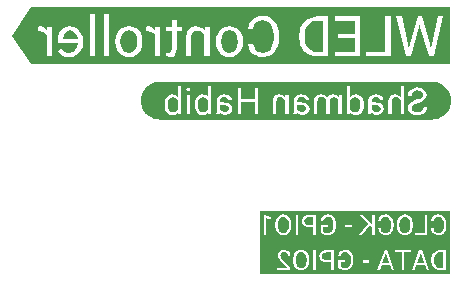
<source format=gbo>
G04 #@! TF.GenerationSoftware,KiCad,Pcbnew,(5.1.10)-1*
G04 #@! TF.CreationDate,2021-12-14T19:18:36+11:00*
G04 #@! TF.ProjectId,WLED_Controller,574c4544-5f43-46f6-9e74-726f6c6c6572,1.0*
G04 #@! TF.SameCoordinates,Original*
G04 #@! TF.FileFunction,Legend,Bot*
G04 #@! TF.FilePolarity,Positive*
%FSLAX46Y46*%
G04 Gerber Fmt 4.6, Leading zero omitted, Abs format (unit mm)*
G04 Created by KiCad (PCBNEW (5.1.10)-1) date 2021-12-14 19:18:36*
%MOMM*%
%LPD*%
G01*
G04 APERTURE LIST*
%ADD10C,0.100000*%
G04 APERTURE END LIST*
D10*
G36*
X169732668Y-97844433D02*
G01*
X169409431Y-98238013D01*
X169242581Y-98166070D01*
X169051314Y-98142089D01*
X168883365Y-98158819D01*
X168739188Y-98209010D01*
X168618782Y-98292661D01*
X168525377Y-98405897D01*
X168462202Y-98544842D01*
X168429259Y-98709496D01*
X168653664Y-98709496D01*
X168699736Y-98535088D01*
X168779819Y-98416491D01*
X168896236Y-98348472D01*
X169051314Y-98325799D01*
X169183670Y-98343369D01*
X169295485Y-98396079D01*
X169386758Y-98483929D01*
X169454261Y-98604205D01*
X169494762Y-98754196D01*
X169508263Y-98933901D01*
X169508263Y-99097845D01*
X169495473Y-99269023D01*
X169457103Y-99415138D01*
X169393153Y-99536190D01*
X169306208Y-99626624D01*
X169198850Y-99680884D01*
X169071080Y-99698971D01*
X168906701Y-99677896D01*
X168785632Y-99614673D01*
X168702934Y-99499128D01*
X168653664Y-99321087D01*
X168429259Y-99321087D01*
X168124626Y-99858263D01*
X168124626Y-98165343D01*
X167900221Y-98165343D01*
X167900221Y-99675716D01*
X166814822Y-99503052D01*
X166862558Y-99375347D01*
X166891820Y-99234852D01*
X166902608Y-99081566D01*
X166902608Y-98959481D01*
X166893177Y-98803031D01*
X166864884Y-98659241D01*
X166817729Y-98528112D01*
X166715265Y-98362860D01*
X166577628Y-98241501D01*
X166411213Y-98166942D01*
X166222417Y-98142089D01*
X166031004Y-98166651D01*
X165863718Y-98240339D01*
X165726371Y-98360680D01*
X165624779Y-98525205D01*
X165578270Y-98656399D01*
X165550365Y-98801157D01*
X165541063Y-98959481D01*
X165541063Y-99066451D01*
X165550365Y-99225292D01*
X165578270Y-99370050D01*
X165624779Y-99500727D01*
X165162634Y-99549779D01*
X165219135Y-99414976D01*
X165253035Y-99262006D01*
X165264336Y-99090868D01*
X165264336Y-98928087D01*
X165254969Y-98777063D01*
X165226870Y-98638699D01*
X165180038Y-98512997D01*
X165078155Y-98354721D01*
X164941100Y-98238013D01*
X164774249Y-98166070D01*
X164582982Y-98142089D01*
X164415033Y-98158819D01*
X164270856Y-98209010D01*
X164150450Y-98292661D01*
X164057045Y-98405897D01*
X163993871Y-98544842D01*
X163960927Y-98709496D01*
X164185332Y-98709496D01*
X164231404Y-98535088D01*
X164311487Y-98416491D01*
X164427904Y-98348472D01*
X164582982Y-98325799D01*
X164715338Y-98343369D01*
X164827153Y-98396079D01*
X164918427Y-98483929D01*
X164985929Y-98604205D01*
X165026430Y-98754196D01*
X165039931Y-98933901D01*
X165039931Y-99097845D01*
X165027141Y-99269023D01*
X164988771Y-99415138D01*
X164924821Y-99536190D01*
X164837876Y-99626624D01*
X164730518Y-99680884D01*
X164602748Y-99698971D01*
X164438369Y-99677896D01*
X164317300Y-99614673D01*
X164234602Y-99499128D01*
X164185332Y-99321087D01*
X163960927Y-99321087D01*
X163996907Y-99486516D01*
X164062988Y-99624686D01*
X163656294Y-99858263D01*
X163656294Y-98165343D01*
X163433052Y-98165343D01*
X163433052Y-99002502D01*
X162680772Y-98165343D01*
X162411021Y-98165343D01*
X160382076Y-99093194D01*
X160382076Y-98945528D01*
X160370921Y-98765016D01*
X160337456Y-98606014D01*
X160281682Y-98468522D01*
X160203598Y-98352541D01*
X160105312Y-98260468D01*
X159988931Y-98194702D01*
X159854455Y-98155242D01*
X159701884Y-98142089D01*
X159536649Y-98157140D01*
X159394410Y-98202292D01*
X159275166Y-98277546D01*
X159181374Y-98380446D01*
X159115486Y-98508539D01*
X159077504Y-98661825D01*
X159300746Y-98661825D01*
X159349290Y-98514813D01*
X159432133Y-98409805D01*
X159549277Y-98346800D01*
X159700722Y-98325799D01*
X159838246Y-98343304D01*
X159951611Y-98395820D01*
X160040817Y-98483347D01*
X160105219Y-98604076D01*
X160144170Y-98756199D01*
X160157671Y-98939715D01*
X160157671Y-99078078D01*
X160143201Y-99255006D01*
X160099793Y-99405965D01*
X160027446Y-99530958D01*
X159930423Y-99624298D01*
X159812989Y-99680303D01*
X159675142Y-99698971D01*
X159557417Y-99691994D01*
X159455388Y-99671065D01*
X159299583Y-99576885D01*
X159299583Y-99196676D01*
X159691420Y-99196676D01*
X159691420Y-99015291D01*
X159077504Y-99015291D01*
X158705434Y-99858263D01*
X158705434Y-98165343D01*
X158081053Y-98165343D01*
X157909164Y-98181105D01*
X157764018Y-98228389D01*
X157645615Y-98307195D01*
X157558088Y-98411969D01*
X157505571Y-98537155D01*
X157488066Y-98682754D01*
X157505184Y-98834489D01*
X157556537Y-98961031D01*
X157642126Y-99062382D01*
X157759626Y-99136343D01*
X157906710Y-99180721D01*
X158083379Y-99195513D01*
X158482191Y-99195513D01*
X158482191Y-99858263D01*
X158705434Y-99858263D01*
X159077504Y-99015291D01*
X159077504Y-99636184D01*
X159180550Y-99743881D01*
X159317606Y-99820475D01*
X159484311Y-99866257D01*
X159676305Y-99881518D01*
X159871642Y-99857246D01*
X160043724Y-99784431D01*
X160186012Y-99666851D01*
X160291965Y-99508285D01*
X160340993Y-99382582D01*
X160371030Y-99244218D01*
X160382076Y-99093194D01*
X162411021Y-98165343D01*
X163077260Y-98912972D01*
X161727342Y-99226906D01*
X161727342Y-99051336D01*
X161159935Y-99051336D01*
X161159935Y-99226906D01*
X161727342Y-99226906D01*
X163077260Y-98912972D01*
X162358699Y-99858263D01*
X162626125Y-99858263D01*
X163226088Y-99071102D01*
X163433052Y-99286205D01*
X163433052Y-99858263D01*
X163656294Y-99858263D01*
X164062988Y-99624686D01*
X164159171Y-99735596D01*
X164282613Y-99816664D01*
X164430472Y-99865304D01*
X164602748Y-99881518D01*
X164789494Y-99857617D01*
X164949755Y-99785916D01*
X165083533Y-99666414D01*
X165162634Y-99549779D01*
X165624779Y-99500727D01*
X165725935Y-99664234D01*
X165861974Y-99783849D01*
X166028242Y-99857101D01*
X166220091Y-99881518D01*
X166408743Y-99856955D01*
X166574721Y-99783268D01*
X166712067Y-99664089D01*
X166814822Y-99503052D01*
X167900221Y-99675716D01*
X167097945Y-99675716D01*
X161862736Y-102075319D01*
X161862736Y-101928727D01*
X161851662Y-101749527D01*
X161818441Y-101591682D01*
X161763073Y-101455190D01*
X161685556Y-101340052D01*
X161551469Y-101223984D01*
X161385447Y-101154343D01*
X161187491Y-101131130D01*
X161023457Y-101146071D01*
X160882252Y-101190895D01*
X160763875Y-101265602D01*
X156963680Y-99858263D01*
X157186922Y-99858263D01*
X157186922Y-98165343D01*
X156963680Y-98165343D01*
X156963680Y-99858263D01*
X160763875Y-101265602D01*
X160670765Y-101367754D01*
X160605356Y-101494916D01*
X160567650Y-101647086D01*
X160789269Y-101647086D01*
X160837460Y-101501144D01*
X160919701Y-101396899D01*
X161035993Y-101334353D01*
X161186337Y-101313504D01*
X161322861Y-101330882D01*
X161435401Y-101383016D01*
X161523959Y-101469907D01*
X161587893Y-101589758D01*
X161626561Y-101740774D01*
X161639963Y-101922956D01*
X161639963Y-102060314D01*
X161625599Y-102235954D01*
X161582506Y-102385816D01*
X161510685Y-102509900D01*
X161414368Y-102602562D01*
X161297787Y-102658159D01*
X161160943Y-102676691D01*
X161044073Y-102669766D01*
X160942787Y-102648989D01*
X160788115Y-102555493D01*
X160788115Y-102178049D01*
X161177102Y-102178049D01*
X161177102Y-101997983D01*
X160567650Y-101997983D01*
X160567650Y-102614361D01*
X160198285Y-102834826D01*
X160198285Y-101154215D01*
X159578445Y-101154215D01*
X159407806Y-101169862D01*
X159263715Y-101216802D01*
X159146172Y-101295035D01*
X159059282Y-101399048D01*
X159007147Y-101523323D01*
X158989769Y-101667863D01*
X159006762Y-101818495D01*
X159057742Y-101944117D01*
X159142709Y-102044731D01*
X159259354Y-102118155D01*
X159405369Y-102162210D01*
X159580753Y-102176894D01*
X159976666Y-102176894D01*
X159976666Y-102834826D01*
X160198285Y-102834826D01*
X160567650Y-102614361D01*
X160669947Y-102721275D01*
X160806006Y-102797312D01*
X160971499Y-102842761D01*
X161162097Y-102857911D01*
X161356014Y-102833816D01*
X161526845Y-102761530D01*
X161668098Y-102644805D01*
X161773281Y-102487392D01*
X161821952Y-102362603D01*
X161851771Y-102225245D01*
X161862736Y-102075319D01*
X167097945Y-99675716D01*
X167097945Y-99858263D01*
X168124626Y-99858263D01*
X168429259Y-99321087D01*
X168465238Y-99486516D01*
X168531320Y-99624686D01*
X168627502Y-99735596D01*
X166722195Y-101154215D01*
X165422491Y-101154215D01*
X165422491Y-101336589D01*
X165962688Y-101336589D01*
X165335922Y-102834826D01*
X164694150Y-101154215D01*
X164500233Y-101154215D01*
X163198222Y-102033765D01*
X162634940Y-102033765D01*
X162634940Y-102208060D01*
X163198222Y-102208060D01*
X163198222Y-102033765D01*
X164500233Y-101154215D01*
X163857307Y-102834826D01*
X164084698Y-102834826D01*
X164245140Y-102396205D01*
X164949243Y-102396205D01*
X165107377Y-102834826D01*
X165335922Y-102834826D01*
X165962688Y-101336589D01*
X165962688Y-102834826D01*
X166183152Y-102834826D01*
X166183152Y-101336589D01*
X166722195Y-101336589D01*
X166722195Y-101154215D01*
X168627502Y-99735596D01*
X168750945Y-99816664D01*
X168898804Y-99865304D01*
X169071080Y-99881518D01*
X169257826Y-99857617D01*
X169418087Y-99785916D01*
X169551865Y-99666414D01*
X169630966Y-99549779D01*
X169687467Y-99414976D01*
X169721367Y-99262006D01*
X169732668Y-99090868D01*
X169732668Y-98928087D01*
X169723301Y-98777063D01*
X169695202Y-98638699D01*
X169648370Y-98512997D01*
X169546487Y-98354721D01*
X169409431Y-98238013D01*
X169732668Y-97844433D01*
X170030324Y-97844433D01*
X169675960Y-102834826D01*
X169675960Y-101154215D01*
X169201557Y-101154215D01*
X169060993Y-101164988D01*
X168931715Y-101197308D01*
X168813724Y-101251173D01*
X168664391Y-101368620D01*
X168553437Y-101527043D01*
X168502329Y-101652216D01*
X168471356Y-101789189D01*
X168460519Y-101937961D01*
X168460519Y-102045308D01*
X168470715Y-102197286D01*
X168501303Y-102336183D01*
X168552283Y-102461998D01*
X168663669Y-102620132D01*
X168288533Y-102834826D01*
X167646761Y-101154215D01*
X167452845Y-101154215D01*
X166809919Y-102834826D01*
X167037309Y-102834826D01*
X167197752Y-102396205D01*
X167901854Y-102396205D01*
X168059988Y-102834826D01*
X168288533Y-102834826D01*
X168663669Y-102620132D01*
X168814301Y-102736713D01*
X168934024Y-102790194D01*
X169066187Y-102822898D01*
X169210791Y-102834826D01*
X169675960Y-102834826D01*
X170030324Y-97844433D01*
X170030324Y-103155567D01*
X158469195Y-102834826D01*
X158690814Y-102834826D01*
X158690814Y-101154215D01*
X158469195Y-101154215D01*
X158038654Y-101514346D01*
X157936935Y-101350296D01*
X157800298Y-101229819D01*
X157635094Y-101155802D01*
X157447670Y-101131130D01*
X157257649Y-101155514D01*
X157091579Y-101228665D01*
X156955232Y-101348132D01*
X156854378Y-101511460D01*
X156808207Y-101641700D01*
X156780505Y-101785406D01*
X156771271Y-101942578D01*
X156771271Y-102048771D01*
X156780505Y-102206456D01*
X156808207Y-102350162D01*
X156854378Y-102479889D01*
X156954799Y-102642208D01*
X157089848Y-102760953D01*
X157254908Y-102833671D01*
X157445362Y-102857911D01*
X157632641Y-102833527D01*
X157797413Y-102760376D01*
X157933760Y-102642063D01*
X158035769Y-102482198D01*
X158083158Y-102355421D01*
X158112207Y-102215947D01*
X158122916Y-102063776D01*
X158122916Y-101942578D01*
X158113553Y-101787266D01*
X158085466Y-101644521D01*
X158038654Y-101514346D01*
X158469195Y-101154215D01*
X158469195Y-102834826D01*
X170030324Y-103155567D01*
X169732668Y-103155567D01*
X155393077Y-102834826D01*
X156494247Y-102834826D01*
X156494247Y-102681308D01*
X155912497Y-102034920D01*
X155803275Y-101902035D01*
X155734163Y-101796564D01*
X155697371Y-101703213D01*
X155685107Y-101606687D01*
X155705018Y-101486932D01*
X155764751Y-101390839D01*
X155857669Y-101327643D01*
X155977136Y-101306578D01*
X156118678Y-101329231D01*
X156224726Y-101397188D01*
X156290952Y-101505545D01*
X156313027Y-101649395D01*
X156526566Y-101649395D01*
X156509958Y-101504599D01*
X156460132Y-101379553D01*
X156377089Y-101274259D01*
X156266215Y-101194743D01*
X156132898Y-101147033D01*
X155977136Y-101131130D01*
X155831827Y-101144788D01*
X155708320Y-101185765D01*
X155606617Y-101254059D01*
X155504464Y-101397332D01*
X155470413Y-101581293D01*
X155490180Y-101711292D01*
X155549480Y-101853123D01*
X155648314Y-102006784D01*
X155786682Y-102172277D01*
X156236846Y-102660532D01*
X155393077Y-102660532D01*
X155393077Y-102834826D01*
X169732668Y-103155567D01*
X154267332Y-103155567D01*
X155253319Y-99066451D01*
X155262621Y-99225292D01*
X155290526Y-99370050D01*
X155337035Y-99500727D01*
X155438191Y-99664234D01*
X155574229Y-99783849D01*
X155740498Y-99857101D01*
X155932347Y-99881518D01*
X156120998Y-99856955D01*
X156286977Y-99783268D01*
X156424323Y-99664089D01*
X156527078Y-99503052D01*
X156574814Y-99375347D01*
X156604076Y-99234852D01*
X156614864Y-99081566D01*
X156614864Y-98959481D01*
X156605433Y-98803031D01*
X156577140Y-98659241D01*
X156529985Y-98528112D01*
X156427520Y-98362860D01*
X156289883Y-98241501D01*
X156123469Y-98166942D01*
X155934673Y-98142089D01*
X155743260Y-98166651D01*
X155575974Y-98240339D01*
X155438627Y-98360680D01*
X155337035Y-98525205D01*
X155290526Y-98656399D01*
X155262621Y-98801157D01*
X155253319Y-98959481D01*
X155253319Y-99066451D01*
X154267332Y-103155567D01*
X153969676Y-103155567D01*
X154267332Y-99858263D01*
X154483598Y-99858263D01*
X154483598Y-98424630D01*
X154917293Y-98583922D01*
X154917293Y-98388586D01*
X154301051Y-98157204D01*
X154267332Y-98157204D01*
X154267332Y-99858263D01*
X153969676Y-103155567D01*
X153969676Y-97844433D01*
X154267332Y-97844433D01*
X169732668Y-97844433D01*
G37*
G36*
X165763142Y-98957155D02*
G01*
X165776578Y-98771960D01*
X165816886Y-98617900D01*
X165884065Y-98494974D01*
X165975403Y-98405510D01*
X166088187Y-98351831D01*
X166222417Y-98333938D01*
X166353481Y-98351831D01*
X166464521Y-98405510D01*
X166555536Y-98494974D01*
X166623426Y-98616220D01*
X166665090Y-98765242D01*
X166680528Y-98942040D01*
X166680528Y-99066451D01*
X166666899Y-99247125D01*
X166626010Y-99400022D01*
X166557861Y-99525144D01*
X166465813Y-99617839D01*
X166353223Y-99673455D01*
X166220091Y-99691994D01*
X166086766Y-99674489D01*
X165975145Y-99621973D01*
X165885228Y-99534446D01*
X165818953Y-99414234D01*
X165778258Y-99263661D01*
X165763142Y-99082729D01*
X165763142Y-98957155D01*
G37*
G36*
X155475398Y-98957155D02*
G01*
X155488834Y-98771960D01*
X155529142Y-98617900D01*
X155596321Y-98494974D01*
X155687659Y-98405510D01*
X155800443Y-98351831D01*
X155934673Y-98333938D01*
X156065737Y-98351831D01*
X156176777Y-98405510D01*
X156267792Y-98494974D01*
X156335682Y-98616220D01*
X156377346Y-98765242D01*
X156392784Y-98942040D01*
X156392784Y-99066451D01*
X156379154Y-99247125D01*
X156338265Y-99400022D01*
X156270117Y-99525144D01*
X156178069Y-99617839D01*
X156065479Y-99673455D01*
X155932347Y-99691994D01*
X155799022Y-99674489D01*
X155687401Y-99621973D01*
X155597484Y-99534446D01*
X155531209Y-99414234D01*
X155490514Y-99263661D01*
X155475398Y-99082729D01*
X155475398Y-98957155D01*
G37*
G36*
X156991735Y-101940270D02*
G01*
X157005073Y-101756421D01*
X157045088Y-101603481D01*
X157111779Y-101481449D01*
X157202453Y-101392635D01*
X157314417Y-101339346D01*
X157447670Y-101321584D01*
X157577782Y-101339346D01*
X157688014Y-101392635D01*
X157778367Y-101481449D01*
X157845764Y-101601814D01*
X157887125Y-101749752D01*
X157902451Y-101925264D01*
X157902451Y-102048771D01*
X157888920Y-102228131D01*
X157848329Y-102379917D01*
X157780676Y-102504129D01*
X157689296Y-102596149D01*
X157577525Y-102651362D01*
X157445362Y-102669766D01*
X157313006Y-102652388D01*
X157202196Y-102600253D01*
X157112933Y-102513363D01*
X157047140Y-102394025D01*
X157006741Y-102244547D01*
X156991735Y-102064931D01*
X156991735Y-101940270D01*
G37*
G36*
X169454341Y-101336589D02*
G01*
X169454341Y-102653606D01*
X169221180Y-102653606D01*
X169062981Y-102635907D01*
X168930048Y-102582811D01*
X168822381Y-102494317D01*
X168743185Y-102373119D01*
X168695668Y-102221911D01*
X168679829Y-102040691D01*
X168679829Y-101942578D01*
X168694770Y-101765912D01*
X168739594Y-101617589D01*
X168814301Y-101497609D01*
X168916454Y-101409179D01*
X169043615Y-101355506D01*
X169195786Y-101336589D01*
X169454341Y-101336589D01*
G37*
G36*
X158482191Y-99012966D02*
G01*
X158081053Y-99012966D01*
X157922923Y-98991892D01*
X157806651Y-98928669D01*
X157735144Y-98825623D01*
X157711308Y-98685079D01*
X157735144Y-98549041D01*
X157806651Y-98443233D01*
X157919726Y-98374342D01*
X158068263Y-98349053D01*
X158482191Y-98349053D01*
X158482191Y-99012966D01*
G37*
G36*
X159976666Y-101995675D02*
G01*
X159578445Y-101995675D01*
X159421464Y-101974754D01*
X159306038Y-101911990D01*
X159235051Y-101809694D01*
X159211388Y-101670172D01*
X159235051Y-101535123D01*
X159306038Y-101430084D01*
X159418290Y-101361694D01*
X159565748Y-101336589D01*
X159976666Y-101336589D01*
X159976666Y-101995675D01*
G37*
G36*
X167834907Y-102213831D02*
G01*
X167263545Y-102213831D01*
X167549803Y-101427776D01*
X167834907Y-102213831D01*
G37*
G36*
X164882295Y-102213831D02*
G01*
X164310934Y-102213831D01*
X164597192Y-101427776D01*
X164882295Y-102213831D01*
G37*
G36*
X168126452Y-86896997D02*
G01*
X167841974Y-87561298D01*
X167685653Y-87464404D01*
X167500909Y-87406268D01*
X167287744Y-87386890D01*
X167067796Y-87409369D01*
X166873041Y-87476807D01*
X166711423Y-87583777D01*
X166590887Y-87724854D01*
X166515892Y-87890347D01*
X166149829Y-89675122D01*
X166149829Y-87293872D01*
X165863025Y-87293872D01*
X165863025Y-88200793D01*
X165723154Y-88070741D01*
X165557789Y-87992710D01*
X165366931Y-87966699D01*
X165175315Y-87990698D01*
X165025867Y-88062693D01*
X164918586Y-88182686D01*
X164853474Y-88350676D01*
X164830530Y-88566663D01*
X164830530Y-89675122D01*
X165117334Y-89675122D01*
X165117334Y-88565112D01*
X165138844Y-88407370D01*
X165200275Y-88296912D01*
X165304338Y-88231799D01*
X165453747Y-88210095D01*
X165584747Y-88228699D01*
X165698694Y-88284509D01*
X165863025Y-88479846D01*
X165863025Y-89675122D01*
X166149829Y-89675122D01*
X166515892Y-87890347D01*
X166490893Y-88070569D01*
X166790100Y-88070569D01*
X166822656Y-87887828D01*
X166920325Y-87748883D01*
X167077292Y-87661098D01*
X167287744Y-87631836D01*
X167483662Y-87656059D01*
X167631134Y-87728729D01*
X167723570Y-87844420D01*
X167754382Y-87997705D01*
X167725120Y-88125023D01*
X167637335Y-88231024D01*
X167479205Y-88322298D01*
X167238910Y-88405432D01*
X166988150Y-88488567D01*
X166798627Y-88579840D01*
X166660263Y-88683128D01*
X166562982Y-88802307D01*
X166505427Y-88940671D01*
X166486243Y-89101514D01*
X166510014Y-89272304D01*
X166581327Y-89418807D01*
X166700183Y-89541022D01*
X166858830Y-89632747D01*
X167049516Y-89687783D01*
X167272241Y-89706128D01*
X167497034Y-89683842D01*
X167706323Y-89616986D01*
X167884801Y-89511372D01*
X168017157Y-89372815D01*
X168099129Y-89207321D01*
X168126452Y-89020898D01*
X167827246Y-89020898D01*
X167789458Y-89204027D01*
X167676092Y-89344135D01*
X167499553Y-89433083D01*
X167272241Y-89462732D01*
X167064114Y-89438702D01*
X166911023Y-89366614D01*
X166816842Y-89253055D01*
X166785449Y-89104614D01*
X166814517Y-88957530D01*
X166901721Y-88848041D01*
X167065277Y-88757930D01*
X167323401Y-88668982D01*
X167555514Y-88590003D01*
X167741291Y-88499828D01*
X167880731Y-88398456D01*
X168011537Y-88219203D01*
X168055139Y-88002356D01*
X168031454Y-87834838D01*
X167960399Y-87687819D01*
X167841974Y-87561298D01*
X168126452Y-86896997D01*
X168523327Y-86896997D01*
X168680449Y-86904716D01*
X168836058Y-86927798D01*
X168988655Y-86966022D01*
X169136770Y-87019018D01*
X169278978Y-87086278D01*
X169413908Y-87167152D01*
X169540262Y-87260862D01*
X169656822Y-87366506D01*
X169762466Y-87483066D01*
X169856176Y-87609419D01*
X169937050Y-87744350D01*
X170004309Y-87886557D01*
X170057306Y-88034673D01*
X170095529Y-88187270D01*
X170118612Y-88342878D01*
X170126330Y-88500000D01*
X170118612Y-88657122D01*
X170095529Y-88812730D01*
X170057306Y-88965327D01*
X170004309Y-89113443D01*
X169937050Y-89255650D01*
X169856176Y-89390581D01*
X169762466Y-89516934D01*
X169656822Y-89633494D01*
X169540262Y-89739138D01*
X169413908Y-89832848D01*
X163883301Y-89706128D01*
X164109062Y-89671053D01*
X164290253Y-89565826D01*
X164409431Y-89406728D01*
X164449158Y-89210034D01*
X164399354Y-88977296D01*
X164249945Y-88803082D01*
X164099136Y-88722553D01*
X163912326Y-88674236D01*
X163689514Y-88658130D01*
X163410461Y-88658130D01*
X163410461Y-88526355D01*
X163432941Y-88391286D01*
X163500378Y-88286835D01*
X163611612Y-88219978D01*
X163765478Y-88197693D01*
X163906555Y-88217072D01*
X164022827Y-88275208D01*
X164126697Y-88462793D01*
X164415051Y-88462793D01*
X164392766Y-88339351D01*
X164325909Y-88220172D01*
X164220877Y-88115334D01*
X164084064Y-88034912D01*
X163923802Y-87983752D01*
X163748425Y-87966699D01*
X163489914Y-88002937D01*
X163294189Y-88111652D01*
X163169391Y-88283928D01*
X163123657Y-88510852D01*
X163123657Y-89282898D01*
X163108929Y-89490250D01*
X163064746Y-89650317D01*
X163064746Y-89675122D01*
X163365503Y-89675122D01*
X163405810Y-89498389D01*
X163547748Y-89613799D01*
X163706912Y-89683046D01*
X163883301Y-89706128D01*
X169413908Y-89832848D01*
X169278978Y-89913722D01*
X169136770Y-89980982D01*
X168988655Y-90033978D01*
X168836058Y-90072202D01*
X168680449Y-90095284D01*
X168523327Y-90103003D01*
X168126452Y-90103003D01*
X145873547Y-90103003D01*
X161328418Y-89675122D01*
X161591968Y-89675122D01*
X161605920Y-89495288D01*
X161735628Y-89612421D01*
X161895308Y-89682701D01*
X162084961Y-89706128D01*
X162267292Y-89679601D01*
X162425681Y-89600019D01*
X162560126Y-89467383D01*
X162662187Y-89292027D01*
X162723423Y-89084288D01*
X162743835Y-88844165D01*
X162743835Y-88822461D01*
X162723509Y-88581907D01*
X162662531Y-88374943D01*
X162560901Y-88201569D01*
X162426370Y-88071086D01*
X162266690Y-87992796D01*
X162081860Y-87966699D01*
X161899098Y-87989092D01*
X161743552Y-88056272D01*
X161615222Y-88168237D01*
X161615222Y-87293872D01*
X161328418Y-87293872D01*
X160613733Y-87997705D01*
X160605981Y-88183740D01*
X160468694Y-88063162D01*
X160302813Y-87990815D01*
X160108337Y-87966699D01*
X159898703Y-87996672D01*
X159739023Y-88086589D01*
X159629297Y-88236450D01*
X159532985Y-88127155D01*
X159411481Y-88041113D01*
X159265172Y-87985303D01*
X159094446Y-87966699D01*
X158895388Y-87990078D01*
X158739739Y-88060213D01*
X158627497Y-88177105D01*
X158558664Y-88340754D01*
X158533240Y-88551160D01*
X158533240Y-89675122D01*
X158820044Y-89675122D01*
X158820044Y-88568213D01*
X158840585Y-88411052D01*
X158902209Y-88299237D01*
X159012280Y-88232381D01*
X159178161Y-88210095D01*
X159324277Y-88233931D01*
X159443262Y-88305438D01*
X159526590Y-88417253D01*
X159565735Y-88562012D01*
X159565735Y-89675122D01*
X159854089Y-89675122D01*
X159854089Y-88575964D01*
X159893880Y-88372704D01*
X160013253Y-88250747D01*
X160212207Y-88210095D01*
X160380500Y-88236795D01*
X160509174Y-88316893D01*
X160598230Y-88450391D01*
X160598230Y-89675122D01*
X160885034Y-89675122D01*
X160885034Y-87997705D01*
X160613733Y-87997705D01*
X161328418Y-87293872D01*
X161328418Y-89675122D01*
X145873547Y-90103003D01*
X145476672Y-90103003D01*
X157065112Y-89675122D01*
X157105420Y-89498389D01*
X157247358Y-89613799D01*
X157406521Y-89683046D01*
X157582910Y-89706128D01*
X157808671Y-89671053D01*
X157989862Y-89565826D01*
X158109041Y-89406728D01*
X158148767Y-89210034D01*
X158098964Y-88977296D01*
X157949554Y-88803082D01*
X157798745Y-88722553D01*
X157611935Y-88674236D01*
X157389123Y-88658130D01*
X157110071Y-88658130D01*
X157110071Y-88526355D01*
X157132550Y-88391286D01*
X157199988Y-88286835D01*
X157311221Y-88219978D01*
X157465088Y-88197693D01*
X157606164Y-88217072D01*
X157722436Y-88275208D01*
X157826306Y-88462793D01*
X158114660Y-88462793D01*
X158092375Y-88339351D01*
X158025519Y-88220172D01*
X157920486Y-88115334D01*
X157783673Y-88034912D01*
X157623411Y-87983752D01*
X157448035Y-87966699D01*
X157189523Y-88002937D01*
X156993799Y-88111652D01*
X156869000Y-88283928D01*
X156823266Y-88510852D01*
X156373681Y-89675122D01*
X156373681Y-87997705D01*
X156102380Y-87997705D01*
X156093078Y-88208545D01*
X155951830Y-88074186D01*
X155784398Y-87993571D01*
X155590784Y-87966699D01*
X155399167Y-87990698D01*
X155249719Y-88062693D01*
X155142439Y-88182686D01*
X155077327Y-88350676D01*
X155054382Y-88566663D01*
X155054382Y-89675122D01*
X155341186Y-89675122D01*
X155341186Y-88565112D01*
X155362697Y-88407370D01*
X155424127Y-88296912D01*
X155528190Y-88231799D01*
X155677600Y-88210095D01*
X155808600Y-88228699D01*
X155922546Y-88284509D01*
X156086877Y-88479846D01*
X156086877Y-89675122D01*
X156373681Y-89675122D01*
X156823266Y-88510852D01*
X156823266Y-89282898D01*
X156808539Y-89490250D01*
X156764355Y-89650317D01*
X156764355Y-89675122D01*
X157065112Y-89675122D01*
X145476672Y-90103003D01*
X145319550Y-90095284D01*
X152056116Y-89675122D01*
X152355322Y-89675122D01*
X152355322Y-88631775D01*
X153493237Y-88631775D01*
X153493237Y-89675122D01*
X153790893Y-89675122D01*
X153790893Y-87417896D01*
X153493237Y-87417896D01*
X153493237Y-88388379D01*
X152355322Y-88388379D01*
X152355322Y-87417896D01*
X152056116Y-87417896D01*
X152056116Y-89675122D01*
X145319550Y-90095284D01*
X145163942Y-90072202D01*
X150536828Y-89675122D01*
X150577136Y-89498389D01*
X150719074Y-89613799D01*
X150878237Y-89683046D01*
X151054626Y-89706128D01*
X151280388Y-89671053D01*
X151461578Y-89565826D01*
X151580757Y-89406728D01*
X151620483Y-89210034D01*
X151570680Y-88977296D01*
X151421271Y-88803082D01*
X151270462Y-88722553D01*
X151083651Y-88674236D01*
X150860840Y-88658130D01*
X150581787Y-88658130D01*
X150581787Y-88526355D01*
X150604266Y-88391286D01*
X150671704Y-88286835D01*
X150782937Y-88219978D01*
X150936804Y-88197693D01*
X151077881Y-88217072D01*
X151194153Y-88275208D01*
X151298022Y-88462793D01*
X151586377Y-88462793D01*
X151564091Y-88339351D01*
X151497235Y-88220172D01*
X151392203Y-88115334D01*
X151255389Y-88034912D01*
X151095128Y-87983752D01*
X150919751Y-87966699D01*
X150661239Y-88002937D01*
X150465515Y-88111652D01*
X150340716Y-88283928D01*
X150294983Y-88510852D01*
X149845398Y-89675122D01*
X149845398Y-87293872D01*
X149558594Y-87293872D01*
X149558594Y-88182190D01*
X149428197Y-88062473D01*
X149268517Y-87990643D01*
X149079553Y-87966699D01*
X148890503Y-87992365D01*
X148730565Y-88069363D01*
X148599737Y-88197693D01*
X148502844Y-88370637D01*
X148444708Y-88581477D01*
X148425329Y-88830212D01*
X148425329Y-88855017D01*
X148062561Y-87552771D01*
X148019928Y-87434949D01*
X147893579Y-87386890D01*
X147766455Y-87434949D01*
X147723047Y-87552771D01*
X147766455Y-87669043D01*
X147893579Y-87715552D01*
X148019928Y-87669043D01*
X148062561Y-87552771D01*
X148425329Y-88855017D01*
X148444966Y-89094537D01*
X148503878Y-89300468D01*
X148602063Y-89472809D01*
X148733321Y-89602431D01*
X148891451Y-89680204D01*
X149076452Y-89706128D01*
X149272306Y-89681151D01*
X149436120Y-89606220D01*
X149567895Y-89481335D01*
X149581848Y-89675122D01*
X149845398Y-89675122D01*
X150294983Y-88510852D01*
X150294983Y-89282898D01*
X150280255Y-89490250D01*
X150236072Y-89650317D01*
X150236072Y-89675122D01*
X150536828Y-89675122D01*
X145163942Y-90072202D01*
X145011345Y-90033978D01*
X147752502Y-89675122D01*
X148039306Y-89675122D01*
X148039306Y-87997705D01*
X147752502Y-87997705D01*
X147752502Y-89675122D01*
X145011345Y-90033978D01*
X144863230Y-89980982D01*
X145873547Y-88855017D01*
X145893184Y-89094537D01*
X145952095Y-89300468D01*
X146050281Y-89472809D01*
X146181539Y-89602431D01*
X146339669Y-89680204D01*
X146524670Y-89706128D01*
X146720524Y-89681151D01*
X146884338Y-89606220D01*
X147016113Y-89481335D01*
X147030066Y-89675122D01*
X147293616Y-89675122D01*
X147293616Y-87293872D01*
X147006811Y-87293872D01*
X147006811Y-88182190D01*
X146876415Y-88062473D01*
X146716734Y-87990643D01*
X146527771Y-87966699D01*
X146338721Y-87992365D01*
X146178783Y-88069363D01*
X146047955Y-88197693D01*
X145951062Y-88370637D01*
X145892926Y-88581477D01*
X145873547Y-88830212D01*
X145873547Y-88855017D01*
X144863230Y-89980982D01*
X144721022Y-89913722D01*
X144586092Y-89832848D01*
X144459738Y-89739138D01*
X144343178Y-89633494D01*
X144237534Y-89516934D01*
X144143824Y-89390581D01*
X144062950Y-89255650D01*
X143995691Y-89113443D01*
X143942694Y-88965327D01*
X143904471Y-88812730D01*
X143881388Y-88657122D01*
X143873670Y-88500000D01*
X143881388Y-88342878D01*
X143904471Y-88187270D01*
X143942694Y-88034673D01*
X143995691Y-87886557D01*
X144062950Y-87744350D01*
X144143824Y-87609419D01*
X144237534Y-87483066D01*
X144343178Y-87366506D01*
X144459738Y-87260862D01*
X144586092Y-87167152D01*
X144721022Y-87086278D01*
X144863230Y-87019018D01*
X145011345Y-86966022D01*
X145163942Y-86927798D01*
X145319550Y-86904716D01*
X145476672Y-86896997D01*
X145873547Y-86896997D01*
X168126452Y-86896997D01*
G37*
G36*
X146160351Y-88822461D02*
G01*
X146188644Y-88562787D01*
X146273523Y-88369775D01*
X146411499Y-88250015D01*
X146599084Y-88210095D01*
X146770478Y-88239379D01*
X146906387Y-88327228D01*
X147006811Y-88473645D01*
X147006811Y-89199182D01*
X146902597Y-89345599D01*
X146765655Y-89433449D01*
X146595984Y-89462732D01*
X146412662Y-89422812D01*
X146275073Y-89303052D01*
X146189032Y-89103064D01*
X146160351Y-88822461D01*
G37*
G36*
X148712134Y-88822461D02*
G01*
X148740426Y-88562787D01*
X148825305Y-88369775D01*
X148963281Y-88250015D01*
X149150867Y-88210095D01*
X149322260Y-88239379D01*
X149458169Y-88327228D01*
X149558594Y-88473645D01*
X149558594Y-89199182D01*
X149454379Y-89345599D01*
X149317437Y-89433449D01*
X149147766Y-89462732D01*
X148964444Y-89422812D01*
X148826855Y-89303052D01*
X148740814Y-89103064D01*
X148712134Y-88822461D01*
G37*
G36*
X162457031Y-88855017D02*
G01*
X162427576Y-89109265D01*
X162339209Y-89301501D01*
X162198907Y-89422424D01*
X162013647Y-89462732D01*
X161848110Y-89435516D01*
X161715302Y-89353867D01*
X161615222Y-89217786D01*
X161615222Y-88447290D01*
X161716336Y-88315515D01*
X161848110Y-88236450D01*
X162010547Y-88210095D01*
X162198132Y-88250790D01*
X162339209Y-88372876D01*
X162427576Y-88574802D01*
X162457031Y-88855017D01*
G37*
G36*
X151012768Y-89456531D02*
G01*
X150881381Y-89439090D01*
X150756970Y-89386768D01*
X150581787Y-89205383D01*
X150581787Y-88861218D01*
X150806579Y-88861218D01*
X151037186Y-88880500D01*
X151201904Y-88938345D01*
X151300735Y-89034754D01*
X151333679Y-89169727D01*
X151243762Y-89380566D01*
X151012768Y-89456531D01*
G37*
G36*
X157541052Y-89456531D02*
G01*
X157409665Y-89439090D01*
X157285254Y-89386768D01*
X157110071Y-89205383D01*
X157110071Y-88861218D01*
X157334863Y-88861218D01*
X157565469Y-88880500D01*
X157730188Y-88938345D01*
X157829019Y-89034754D01*
X157861963Y-89169727D01*
X157772046Y-89380566D01*
X157541052Y-89456531D01*
G37*
G36*
X163841443Y-89456531D02*
G01*
X163710055Y-89439090D01*
X163585644Y-89386768D01*
X163410461Y-89205383D01*
X163410461Y-88861218D01*
X163635254Y-88861218D01*
X163865860Y-88880500D01*
X164030578Y-88938345D01*
X164129410Y-89034754D01*
X164162353Y-89169727D01*
X164072436Y-89380566D01*
X163841443Y-89456531D01*
G37*
G36*
X169480685Y-80595496D02*
G01*
X169480685Y-81376843D01*
X169034201Y-81376843D01*
X168499350Y-83695306D01*
X168434238Y-84141791D01*
X168338895Y-83739490D01*
X167669168Y-81376843D01*
X167292447Y-81376843D01*
X166638998Y-83739490D01*
X166545981Y-84148767D01*
X166473892Y-83692981D01*
X165948343Y-81376843D01*
X165499533Y-81376843D01*
X165004214Y-84762683D01*
X165004214Y-81376843D01*
X164555405Y-81376843D01*
X164555405Y-84397589D01*
X162950851Y-84397589D01*
X162441580Y-84762683D01*
X162441580Y-81376843D01*
X160313803Y-81376843D01*
X160313803Y-81744263D01*
X161995096Y-81744263D01*
X161995096Y-82832568D01*
X160527744Y-82832568D01*
X160527744Y-83197662D01*
X161995096Y-83197662D01*
X161995096Y-84397589D01*
X160290549Y-84397589D01*
X160290549Y-84762683D01*
X162441580Y-84762683D01*
X162950851Y-84397589D01*
X162950851Y-84762683D01*
X165004214Y-84762683D01*
X165499533Y-81376843D01*
X166320413Y-84762683D01*
X166727365Y-84762683D01*
X167424997Y-82295392D01*
X167478482Y-82037268D01*
X167531967Y-82295392D01*
X168255179Y-84762683D01*
X168662131Y-84762683D01*
X169480685Y-81376843D01*
X169480685Y-80595496D01*
X170075998Y-80595496D01*
X170075998Y-85404504D01*
X159734769Y-84762683D01*
X159734769Y-81376843D01*
X158779013Y-81376843D01*
X158495826Y-81398547D01*
X158235377Y-81463660D01*
X157997665Y-81572180D01*
X157788505Y-81720750D01*
X157613710Y-81906010D01*
X157473279Y-82127960D01*
X155548978Y-82902332D01*
X155530245Y-82600283D01*
X155474047Y-82323556D01*
X155380383Y-82072150D01*
X155176617Y-81755599D01*
X154902505Y-81522183D01*
X154568805Y-81378297D01*
X154186270Y-81330334D01*
X153850373Y-81363795D01*
X153562019Y-81464176D01*
X153321207Y-81631479D01*
X153134396Y-81857951D01*
X149277267Y-82246558D01*
X149263315Y-82562817D01*
X149051441Y-82361279D01*
X148800294Y-82240356D01*
X148509872Y-82200049D01*
X148222448Y-82236047D01*
X147998276Y-82344040D01*
X147837355Y-82524029D01*
X147739687Y-82776014D01*
X147705270Y-83099994D01*
X147705270Y-84762683D01*
X148135477Y-84762683D01*
X148135477Y-83097668D01*
X148167742Y-82861055D01*
X148259888Y-82695367D01*
X148415983Y-82597699D01*
X148640097Y-82565143D01*
X148836597Y-82593048D01*
X149007516Y-82676764D01*
X149254013Y-82969769D01*
X149254013Y-84762683D01*
X149684219Y-84762683D01*
X149684219Y-82246558D01*
X149277267Y-82246558D01*
X153134396Y-81857951D01*
X153008047Y-82135841D01*
X152942160Y-82465149D01*
X153390970Y-82465149D01*
X153483115Y-82116333D01*
X153643280Y-81879138D01*
X153876115Y-81743100D01*
X154186270Y-81697754D01*
X154450983Y-81732894D01*
X154674612Y-81838314D01*
X154857159Y-82014014D01*
X154992164Y-82254567D01*
X155073167Y-82554549D01*
X152514279Y-83481366D01*
X152477944Y-83130225D01*
X152368939Y-82816290D01*
X152195113Y-82554678D01*
X151964313Y-82360504D01*
X151686713Y-82240163D01*
X151372488Y-82200049D01*
X151051707Y-82239581D01*
X150774592Y-82358179D01*
X150541144Y-82555841D01*
X150364798Y-82819132D01*
X150258990Y-83134617D01*
X150223721Y-83502295D01*
X150223721Y-83532526D01*
X150258894Y-83881051D01*
X150364410Y-84191788D01*
X150535330Y-84451365D01*
X150766711Y-84646411D01*
X151047799Y-84768497D01*
X151367838Y-84809192D01*
X151687327Y-84769659D01*
X151963667Y-84651062D01*
X152196857Y-84453400D01*
X152373203Y-84190625D01*
X152479010Y-83876691D01*
X152514279Y-83511597D01*
X152514279Y-83481366D01*
X155073167Y-82554549D01*
X155100168Y-82913959D01*
X155100168Y-83241846D01*
X155074588Y-83584202D01*
X154997849Y-83876432D01*
X154869949Y-84118536D01*
X154696058Y-84299404D01*
X154481343Y-84407924D01*
X154225803Y-84444098D01*
X153897044Y-84401949D01*
X153654907Y-84275504D01*
X153489510Y-84044413D01*
X153390970Y-83688330D01*
X152942160Y-83688330D01*
X153014119Y-84019188D01*
X153146282Y-84295528D01*
X153338647Y-84517349D01*
X153585532Y-84679484D01*
X153881250Y-84776765D01*
X154225803Y-84809192D01*
X154599294Y-84761391D01*
X154919817Y-84617989D01*
X155187372Y-84378986D01*
X155345574Y-84145715D01*
X155458576Y-83876109D01*
X155526377Y-83570169D01*
X155548978Y-83227893D01*
X155548978Y-82902332D01*
X157473279Y-82127960D01*
X157370314Y-82380141D01*
X157307914Y-82656093D01*
X157286081Y-82955817D01*
X157286081Y-83172083D01*
X157306622Y-83478265D01*
X157368246Y-83758093D01*
X157470953Y-84011566D01*
X157611772Y-84233258D01*
X157787730Y-84417743D01*
X157998828Y-84565021D01*
X158240028Y-84672766D01*
X158506291Y-84738654D01*
X158797617Y-84762683D01*
X159734769Y-84762683D01*
X170075998Y-85404504D01*
X169480685Y-85404504D01*
X140705698Y-84762683D01*
X141135904Y-84762683D01*
X141135904Y-81190808D01*
X140705698Y-81190808D01*
X140705698Y-84762683D01*
X169480685Y-85404504D01*
X135122318Y-85404504D01*
X139549954Y-84762683D01*
X139980161Y-84762683D01*
X139980161Y-81190808D01*
X139549954Y-81190808D01*
X139549954Y-84762683D01*
X135122318Y-85404504D01*
X134527005Y-85404504D01*
X137817502Y-84809192D01*
X138137379Y-84771856D01*
X138414881Y-84659847D01*
X138650009Y-84473166D01*
X138828293Y-84223956D01*
X138935263Y-83924362D01*
X138970920Y-83574384D01*
X138970920Y-83495319D01*
X138935166Y-83140980D01*
X138827905Y-82826755D01*
X138656404Y-82564561D01*
X138427930Y-82366318D01*
X138160213Y-82241616D01*
X137870987Y-82200049D01*
X137568163Y-82235964D01*
X137313915Y-82343709D01*
X137108243Y-82523285D01*
X136957089Y-82769781D01*
X136866397Y-83078290D01*
X136836166Y-83448810D01*
X136836166Y-83627869D01*
X138540714Y-83627869D01*
X138481705Y-83964185D01*
X138323285Y-84228995D01*
X138086962Y-84400787D01*
X137794247Y-84458051D01*
X137583795Y-84434796D01*
X137408224Y-84365033D01*
X137131497Y-84118536D01*
X136868723Y-84323175D01*
X137046619Y-84535807D01*
X137264047Y-84687688D01*
X137521008Y-84778816D01*
X137817502Y-84809192D01*
X134527005Y-85404504D01*
X132924002Y-83000000D01*
X135122318Y-82632581D01*
X135333932Y-82616302D01*
X135585855Y-82656352D01*
X135777316Y-82776499D01*
X135908316Y-82976746D01*
X135908316Y-84762683D01*
X136338522Y-84762683D01*
X136338522Y-82246558D01*
X135919943Y-82246558D01*
X135912967Y-82537238D01*
X135657169Y-82284346D01*
X135313004Y-82200049D01*
X135122318Y-82232605D01*
X135122318Y-82632581D01*
X132924002Y-83000000D01*
X134527005Y-80595496D01*
X146472787Y-81637292D01*
X146472787Y-82246558D01*
X146003049Y-82246558D01*
X146003049Y-82579095D01*
X146472787Y-82579095D01*
X145500754Y-84762683D01*
X145500754Y-82246558D01*
X145082175Y-82246558D01*
X145075198Y-82537238D01*
X144819400Y-82284346D01*
X144475235Y-82200049D01*
X144284549Y-82232605D01*
X144284549Y-82632581D01*
X144496164Y-82616302D01*
X144748087Y-82656352D01*
X144939548Y-82776499D01*
X144003171Y-83481366D01*
X143966836Y-83130225D01*
X143857831Y-82816290D01*
X143684004Y-82554678D01*
X143453204Y-82360504D01*
X143175605Y-82240163D01*
X142861380Y-82200049D01*
X142540599Y-82239581D01*
X142263484Y-82358179D01*
X142030035Y-82555841D01*
X141853690Y-82819132D01*
X141747882Y-83134617D01*
X141712613Y-83502295D01*
X141712613Y-83532526D01*
X141747785Y-83881051D01*
X141853302Y-84191788D01*
X142024222Y-84451365D01*
X142255603Y-84646411D01*
X142536691Y-84768497D01*
X142856729Y-84809192D01*
X143176219Y-84769659D01*
X143452558Y-84651062D01*
X143685748Y-84453400D01*
X143862094Y-84190625D01*
X143967902Y-83876691D01*
X144003171Y-83511597D01*
X144003171Y-83481366D01*
X144939548Y-82776499D01*
X145070547Y-82976746D01*
X145070547Y-84762683D01*
X145500754Y-84762683D01*
X146472787Y-82579095D01*
X146472787Y-84139465D01*
X146410001Y-84366196D01*
X146196060Y-84441772D01*
X145991422Y-84413867D01*
X145991422Y-84762683D01*
X146321634Y-84809192D01*
X146574525Y-84765590D01*
X146756491Y-84634784D01*
X146866368Y-84423750D01*
X146902994Y-84139465D01*
X146902994Y-82579095D01*
X147361105Y-82579095D01*
X147361105Y-82246558D01*
X146902994Y-82246558D01*
X146902994Y-81637292D01*
X146472787Y-81637292D01*
X134527005Y-80595496D01*
X135122318Y-80595496D01*
X169480685Y-80595496D01*
G37*
G36*
X159288284Y-81744263D02*
G01*
X159288284Y-84397589D01*
X158818546Y-84397589D01*
X158499831Y-84361932D01*
X158232018Y-84254962D01*
X158015106Y-84076678D01*
X157855555Y-83832507D01*
X157759825Y-83527875D01*
X157727914Y-83162781D01*
X157727914Y-82965118D01*
X157758016Y-82609197D01*
X157848321Y-82310378D01*
X157998828Y-82068661D01*
X158204630Y-81890507D01*
X158460815Y-81782374D01*
X158767386Y-81744263D01*
X159288284Y-81744263D01*
G37*
G36*
X143570639Y-83532526D02*
G01*
X143522095Y-83909828D01*
X143376465Y-84204578D01*
X143149444Y-84394682D01*
X142856729Y-84458051D01*
X142562561Y-84393810D01*
X142335831Y-84201089D01*
X142191072Y-83892678D01*
X142142819Y-83481366D01*
X142191944Y-83106680D01*
X142339319Y-82810477D01*
X142568084Y-82617756D01*
X142861380Y-82553516D01*
X143149153Y-82616884D01*
X143375302Y-82806989D01*
X143521805Y-83115109D01*
X143570639Y-83532526D01*
G37*
G36*
X152081747Y-83532526D02*
G01*
X152033204Y-83909828D01*
X151887573Y-84204578D01*
X151660552Y-84394682D01*
X151367838Y-84458051D01*
X151073669Y-84393810D01*
X150846939Y-84201089D01*
X150702180Y-83892678D01*
X150653928Y-83481366D01*
X150703053Y-83106680D01*
X150850427Y-82810477D01*
X151079192Y-82617756D01*
X151372488Y-82553516D01*
X151660262Y-82616884D01*
X151886411Y-82806989D01*
X152032913Y-83115109D01*
X152081747Y-83532526D01*
G37*
G36*
X137870987Y-82553516D02*
G01*
X138110507Y-82600896D01*
X138308170Y-82743039D01*
X138451184Y-82970641D01*
X138526761Y-83274402D01*
X137266373Y-83274402D01*
X137266373Y-83241846D01*
X137319858Y-82950875D01*
X137443106Y-82733737D01*
X137629141Y-82598571D01*
X137870987Y-82553516D01*
G37*
%LPC*%
M02*

</source>
